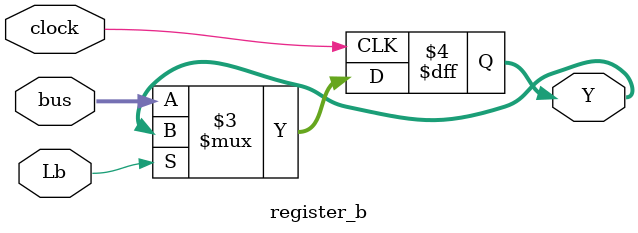
<source format=v>
module register_b(input [7:0] bus, input Lb, clock, output reg [7:0] Y);

/*
LEGENDA
Lb -> Permite pegar os valores do bus (LOW) ou nao (HIGH)
*/

always @ (posedge clock)
begin
	Y <= Lb == 0 ? bus: Y;
end

endmodule 
</source>
